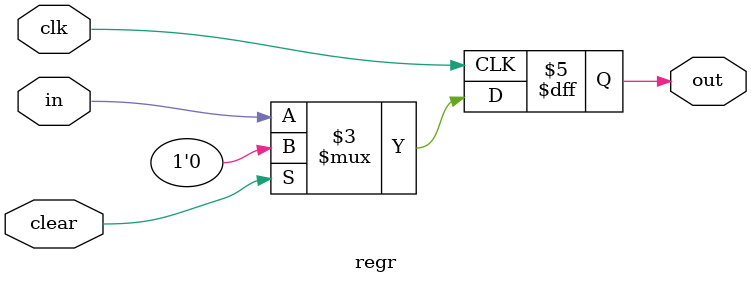
<source format=v>

`ifndef _regr
`define _regr

module regr (
	input clk,
	input clear,
	input wire [N-1:0] in,
	output reg [N-1:0] out);

	parameter N = 1;

	always @(posedge clk) begin
		if (clear)
			out <= {N{1'b0}};
		else
			out <= in;
	end
endmodule

`endif

</source>
